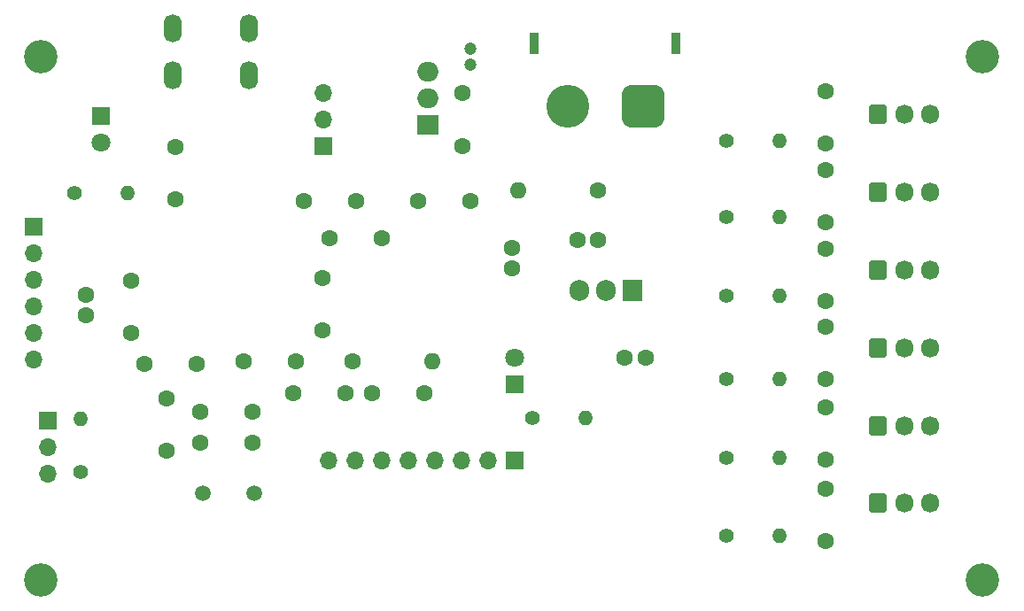
<source format=gbr>
%TF.GenerationSoftware,KiCad,Pcbnew,(6.0.11)*%
%TF.CreationDate,2024-03-05T22:48:33-08:00*%
%TF.ProjectId,bez_controller1v5,62657a5f-636f-46e7-9472-6f6c6c657231,rev?*%
%TF.SameCoordinates,Original*%
%TF.FileFunction,Soldermask,Bot*%
%TF.FilePolarity,Negative*%
%FSLAX46Y46*%
G04 Gerber Fmt 4.6, Leading zero omitted, Abs format (unit mm)*
G04 Created by KiCad (PCBNEW (6.0.11)) date 2024-03-05 22:48:33*
%MOMM*%
%LPD*%
G01*
G04 APERTURE LIST*
G04 Aperture macros list*
%AMRoundRect*
0 Rectangle with rounded corners*
0 $1 Rounding radius*
0 $2 $3 $4 $5 $6 $7 $8 $9 X,Y pos of 4 corners*
0 Add a 4 corners polygon primitive as box body*
4,1,4,$2,$3,$4,$5,$6,$7,$8,$9,$2,$3,0*
0 Add four circle primitives for the rounded corners*
1,1,$1+$1,$2,$3*
1,1,$1+$1,$4,$5*
1,1,$1+$1,$6,$7*
1,1,$1+$1,$8,$9*
0 Add four rect primitives between the rounded corners*
20,1,$1+$1,$2,$3,$4,$5,0*
20,1,$1+$1,$4,$5,$6,$7,0*
20,1,$1+$1,$6,$7,$8,$9,0*
20,1,$1+$1,$8,$9,$2,$3,0*%
G04 Aperture macros list end*
%ADD10R,1.700000X1.700000*%
%ADD11O,1.700000X1.700000*%
%ADD12C,1.600000*%
%ADD13C,3.200000*%
%ADD14O,1.700000X1.850000*%
%ADD15RoundRect,0.250000X-0.600000X-0.675000X0.600000X-0.675000X0.600000X0.675000X-0.600000X0.675000X0*%
%ADD16C,1.400000*%
%ADD17O,1.400000X1.400000*%
%ADD18R,1.905000X2.000000*%
%ADD19O,1.905000X2.000000*%
%ADD20O,1.600000X1.600000*%
%ADD21O,1.700000X2.700000*%
%ADD22R,1.800000X1.800000*%
%ADD23C,1.800000*%
%ADD24C,1.500000*%
%ADD25R,0.900000X2.000000*%
%ADD26C,4.100000*%
%ADD27RoundRect,1.025000X-1.025000X-1.025000X1.025000X-1.025000X1.025000X1.025000X-1.025000X1.025000X0*%
%ADD28R,2.000000X1.905000*%
%ADD29O,2.000000X1.905000*%
%ADD30C,1.200000*%
G04 APERTURE END LIST*
D10*
%TO.C,J9*%
X24300000Y-42260000D03*
D11*
X24300000Y-44800000D03*
X24300000Y-47340000D03*
X24300000Y-49880000D03*
X24300000Y-52420000D03*
X24300000Y-54960000D03*
%TD*%
D12*
%TO.C,C5*%
X100000000Y-36800000D03*
X100000000Y-41800000D03*
%TD*%
D13*
%TO.C,H2*%
X115000000Y-76000000D03*
%TD*%
D12*
%TO.C,C13*%
X29250000Y-50750000D03*
X29250000Y-48750000D03*
%TD*%
D14*
%TO.C,J1*%
X110000000Y-68700000D03*
X107500000Y-68700000D03*
D15*
X105000000Y-68700000D03*
%TD*%
D12*
%TO.C,C16*%
X50100000Y-39750000D03*
X55100000Y-39750000D03*
%TD*%
%TO.C,C21*%
X61600000Y-58137500D03*
X56600000Y-58137500D03*
%TD*%
%TO.C,C25*%
X45200000Y-62937500D03*
X40200000Y-62937500D03*
%TD*%
%TO.C,C24*%
X40200000Y-59937500D03*
X45200000Y-59937500D03*
%TD*%
%TO.C,C9*%
X65250000Y-34500000D03*
X65250000Y-29500000D03*
%TD*%
%TO.C,C4*%
X100000000Y-44325000D03*
X100000000Y-49325000D03*
%TD*%
D13*
%TO.C,H1*%
X25000000Y-26000000D03*
%TD*%
D16*
%TO.C,R3*%
X90500000Y-56825000D03*
D17*
X95580000Y-56825000D03*
%TD*%
D14*
%TO.C,J4*%
X110000000Y-46380000D03*
X107500000Y-46380000D03*
D15*
X105000000Y-46380000D03*
%TD*%
D12*
%TO.C,C23*%
X57600000Y-43387500D03*
X52600000Y-43387500D03*
%TD*%
D18*
%TO.C,U7*%
X81540000Y-48305000D03*
D19*
X79000000Y-48305000D03*
X76460000Y-48305000D03*
%TD*%
D10*
%TO.C,J8*%
X70220000Y-64600000D03*
D11*
X67680000Y-64600000D03*
X65140000Y-64600000D03*
X62600000Y-64600000D03*
X60060000Y-64600000D03*
X57520000Y-64600000D03*
X54980000Y-64600000D03*
X52440000Y-64600000D03*
%TD*%
D10*
%TO.C,J7*%
X52000000Y-34500000D03*
D11*
X52000000Y-31960000D03*
X52000000Y-29420000D03*
%TD*%
D12*
%TO.C,FB2*%
X54790000Y-55137500D03*
D20*
X62410000Y-55137500D03*
%TD*%
D12*
%TO.C,FB1*%
X78200000Y-38800000D03*
D20*
X70580000Y-38800000D03*
%TD*%
D12*
%TO.C,C19*%
X49350000Y-55137500D03*
X44350000Y-55137500D03*
%TD*%
D16*
%TO.C,R5*%
X90500000Y-41325000D03*
D17*
X95580000Y-41325000D03*
%TD*%
D12*
%TO.C,C18*%
X33600000Y-52387500D03*
X33600000Y-47387500D03*
%TD*%
D14*
%TO.C,J2*%
X110000000Y-61260000D03*
X107500000Y-61260000D03*
D15*
X105000000Y-61260000D03*
%TD*%
D12*
%TO.C,C17*%
X37850000Y-39637500D03*
X37850000Y-34637500D03*
%TD*%
D14*
%TO.C,J3*%
X110000000Y-53820000D03*
X107500000Y-53820000D03*
D15*
X105000000Y-53820000D03*
%TD*%
D16*
%TO.C,R6*%
X90460000Y-34000000D03*
D17*
X95540000Y-34000000D03*
%TD*%
D21*
%TO.C,J12*%
X37550000Y-23300000D03*
X37550000Y-27800000D03*
X44850000Y-27800000D03*
X44850000Y-23300000D03*
%TD*%
D22*
%TO.C,D1*%
X70250000Y-57275000D03*
D23*
X70250000Y-54735000D03*
%TD*%
D12*
%TO.C,C22*%
X36970000Y-63637500D03*
X36970000Y-58637500D03*
%TD*%
D16*
%TO.C,R8*%
X28800000Y-65700000D03*
D17*
X28800000Y-60620000D03*
%TD*%
D16*
%TO.C,R9*%
X28210000Y-39000000D03*
D17*
X33290000Y-39000000D03*
%TD*%
D22*
%TO.C,D2*%
X30750000Y-31675000D03*
D23*
X30750000Y-34215000D03*
%TD*%
D14*
%TO.C,J6*%
X110000000Y-31500000D03*
X107500000Y-31500000D03*
D15*
X105000000Y-31500000D03*
%TD*%
D12*
%TO.C,C1*%
X100000000Y-67300000D03*
X100000000Y-72300000D03*
%TD*%
D10*
%TO.C,J11*%
X25600000Y-60760000D03*
D11*
X25600000Y-63300000D03*
X25600000Y-65840000D03*
%TD*%
D12*
%TO.C,C7*%
X82750000Y-54750000D03*
X80750000Y-54750000D03*
%TD*%
%TO.C,C6*%
X100000000Y-29325000D03*
X100000000Y-34325000D03*
%TD*%
%TO.C,C20*%
X49100000Y-58137500D03*
X54100000Y-58137500D03*
%TD*%
%TO.C,C3*%
X100000000Y-51825000D03*
X100000000Y-56825000D03*
%TD*%
D13*
%TO.C,H4*%
X115000000Y-26000000D03*
%TD*%
D24*
%TO.C,Y1*%
X40450000Y-67750000D03*
X45330000Y-67750000D03*
%TD*%
D12*
%TO.C,C11*%
X61000000Y-39750000D03*
X66000000Y-39750000D03*
%TD*%
D25*
%TO.C,J10*%
X72150000Y-24750000D03*
X85650000Y-24750000D03*
D26*
X75300000Y-30750000D03*
D27*
X82500000Y-30750000D03*
%TD*%
D16*
%TO.C,R4*%
X90500000Y-48825000D03*
D17*
X95580000Y-48825000D03*
%TD*%
D12*
%TO.C,C15*%
X51850000Y-47137500D03*
X51850000Y-52137500D03*
%TD*%
D13*
%TO.C,H3*%
X25000000Y-76000000D03*
%TD*%
D12*
%TO.C,C8*%
X76250000Y-43500000D03*
X78250000Y-43500000D03*
%TD*%
D16*
%TO.C,R7*%
X71960000Y-60500000D03*
D17*
X77040000Y-60500000D03*
%TD*%
D12*
%TO.C,C2*%
X100000000Y-59500000D03*
X100000000Y-64500000D03*
%TD*%
D28*
%TO.C,U8*%
X62000000Y-32540000D03*
D29*
X62000000Y-30000000D03*
X62000000Y-27460000D03*
%TD*%
D16*
%TO.C,R1*%
X90460000Y-71825000D03*
D17*
X95540000Y-71825000D03*
%TD*%
D30*
%TO.C,C10*%
X66000000Y-25250000D03*
X66000000Y-26750000D03*
%TD*%
D12*
%TO.C,C14*%
X39850000Y-55387500D03*
X34850000Y-55387500D03*
%TD*%
%TO.C,C12*%
X70000000Y-46250000D03*
X70000000Y-44250000D03*
%TD*%
D16*
%TO.C,R2*%
X90460000Y-64325000D03*
D17*
X95540000Y-64325000D03*
%TD*%
D14*
%TO.C,J5*%
X110000000Y-38940000D03*
X107500000Y-38940000D03*
D15*
X105000000Y-38940000D03*
%TD*%
M02*

</source>
